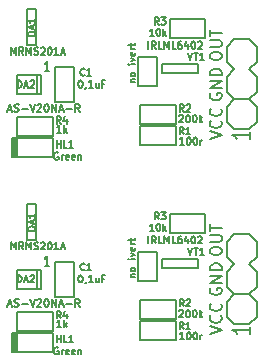
<source format=gto>
%FSLAX45Y45*%
G04 Gerber Fmt 4.5, Leading zero omitted, Abs format (unit mm)*
G04 Created by KiCad (PCBNEW (2014-07-12 BZR 4289 GOST-COMMITTERS)-product) date 15.03.2017 23:13:34*
%MOMM*%
G01*
G04 APERTURE LIST*
%ADD10C,0.150000*%
%ADD11C,0.149860*%
%ADD12C,0.127000*%
G04 APERTURE END LIST*
D10*
X10111600Y-9424400D02*
X10111600Y-9344400D01*
X10111600Y-9344400D02*
X10411600Y-9344400D01*
X10411600Y-9344400D02*
X10411600Y-9504400D01*
X10411600Y-9504400D02*
X10111600Y-9504400D01*
X10111600Y-9504400D02*
X10111600Y-9424400D01*
X10091600Y-9682200D02*
X10071600Y-9682200D01*
X10071600Y-9682200D02*
X10071600Y-9522200D01*
X10071600Y-9522200D02*
X10091600Y-9522200D01*
X10111600Y-9682200D02*
X10096600Y-9682200D01*
X10096600Y-9682200D02*
X10096600Y-9522200D01*
X10096600Y-9522200D02*
X10111600Y-9522200D01*
X10111600Y-9522200D02*
X10086600Y-9522200D01*
X10086600Y-9522200D02*
X10086600Y-9682200D01*
X10086600Y-9682200D02*
X10096600Y-9682200D01*
X10411600Y-9602200D02*
X10411600Y-9682200D01*
X10411600Y-9682200D02*
X10111600Y-9682200D01*
X10111600Y-9682200D02*
X10111600Y-9522200D01*
X10111600Y-9522200D02*
X10411600Y-9522200D01*
X10411600Y-9522200D02*
X10411600Y-9612200D01*
D11*
X10280800Y-8988800D02*
X10280800Y-9148800D01*
X10310800Y-8988800D02*
X10310800Y-9148800D01*
X10310800Y-9148800D02*
X10110800Y-9148800D01*
X10110800Y-9148800D02*
X10110800Y-8988800D01*
X10110800Y-8988800D02*
X10310800Y-8988800D01*
D10*
X12141200Y-8878300D02*
X12077700Y-8941800D01*
X11950700Y-8687800D02*
X11887200Y-8751300D01*
X11887200Y-8878300D02*
X11950700Y-8941800D01*
X12141200Y-8751300D02*
X12141200Y-8878300D01*
X11887200Y-8751300D02*
X11887200Y-8878300D01*
X11950700Y-8687800D02*
X12077700Y-8687800D01*
X12077700Y-8687800D02*
X12141200Y-8751300D01*
X12077700Y-8941800D02*
X12141200Y-9005300D01*
X11887200Y-9005300D02*
X11887200Y-9132300D01*
X12141200Y-9005300D02*
X12141200Y-9132300D01*
X11887200Y-9132300D02*
X11950700Y-9195800D01*
X11950700Y-8941800D02*
X11887200Y-9005300D01*
X12141200Y-9132300D02*
X12077700Y-9195800D01*
X12141200Y-9386300D02*
X12077700Y-9449800D01*
X11950700Y-9195800D02*
X11887200Y-9259300D01*
X11887200Y-9386300D02*
X11950700Y-9449800D01*
X12077700Y-9449800D02*
X11950700Y-9449800D01*
X12141200Y-9259300D02*
X12141200Y-9386300D01*
X11887200Y-9259300D02*
X11887200Y-9386300D01*
X11950700Y-9195800D02*
X12077700Y-9195800D01*
X12077700Y-9195800D02*
X12141200Y-9259300D01*
D12*
X11640230Y-8974360D02*
X11335430Y-8974360D01*
X11335430Y-8974360D02*
X11335430Y-8898160D01*
X11335430Y-8898160D02*
X11640230Y-8898160D01*
X11640230Y-8898160D02*
X11640230Y-8974360D01*
D10*
X11404950Y-8599650D02*
X11404950Y-8519650D01*
X11404950Y-8519650D02*
X11704950Y-8519650D01*
X11704950Y-8519650D02*
X11704950Y-8679650D01*
X11704950Y-8679650D02*
X11404950Y-8679650D01*
X11404950Y-8679650D02*
X11404950Y-8599650D01*
X11153000Y-9322800D02*
X11153000Y-9242800D01*
X11153000Y-9242800D02*
X11453000Y-9242800D01*
X11453000Y-9242800D02*
X11453000Y-9402800D01*
X11453000Y-9402800D02*
X11153000Y-9402800D01*
X11153000Y-9402800D02*
X11153000Y-9322800D01*
X11153000Y-9500600D02*
X11153000Y-9420600D01*
X11153000Y-9420600D02*
X11453000Y-9420600D01*
X11453000Y-9420600D02*
X11453000Y-9580600D01*
X11453000Y-9580600D02*
X11153000Y-9580600D01*
X11153000Y-9580600D02*
X11153000Y-9500600D01*
X11299080Y-8835720D02*
X11299080Y-9080720D01*
X11299080Y-9080720D02*
X11139080Y-9080720D01*
X11139080Y-9080720D02*
X11139080Y-8835720D01*
X11139080Y-8835720D02*
X11299080Y-8835720D01*
D12*
X10274300Y-8433800D02*
X10274300Y-8738600D01*
X10274300Y-8738600D02*
X10198100Y-8738600D01*
X10198100Y-8738600D02*
X10198100Y-8433800D01*
X10198100Y-8433800D02*
X10274300Y-8433800D01*
D10*
X10515600Y-8918800D02*
X10595600Y-8918800D01*
X10595600Y-8918800D02*
X10595600Y-9218800D01*
X10595600Y-9218800D02*
X10435600Y-9218800D01*
X10435600Y-9218800D02*
X10435600Y-8918800D01*
X10435600Y-8918800D02*
X10515600Y-8918800D01*
X10515600Y-10568800D02*
X10595600Y-10568800D01*
X10595600Y-10568800D02*
X10595600Y-10868800D01*
X10595600Y-10868800D02*
X10435600Y-10868800D01*
X10435600Y-10868800D02*
X10435600Y-10568800D01*
X10435600Y-10568800D02*
X10515600Y-10568800D01*
D12*
X10274300Y-10083800D02*
X10274300Y-10388600D01*
X10274300Y-10388600D02*
X10198100Y-10388600D01*
X10198100Y-10388600D02*
X10198100Y-10083800D01*
X10198100Y-10083800D02*
X10274300Y-10083800D01*
D10*
X11299080Y-10485720D02*
X11299080Y-10730720D01*
X11299080Y-10730720D02*
X11139080Y-10730720D01*
X11139080Y-10730720D02*
X11139080Y-10485720D01*
X11139080Y-10485720D02*
X11299080Y-10485720D01*
X11153000Y-11150600D02*
X11153000Y-11070600D01*
X11153000Y-11070600D02*
X11453000Y-11070600D01*
X11453000Y-11070600D02*
X11453000Y-11230600D01*
X11453000Y-11230600D02*
X11153000Y-11230600D01*
X11153000Y-11230600D02*
X11153000Y-11150600D01*
X11153000Y-10972800D02*
X11153000Y-10892800D01*
X11153000Y-10892800D02*
X11453000Y-10892800D01*
X11453000Y-10892800D02*
X11453000Y-11052800D01*
X11453000Y-11052800D02*
X11153000Y-11052800D01*
X11153000Y-11052800D02*
X11153000Y-10972800D01*
X11404950Y-10249650D02*
X11404950Y-10169650D01*
X11404950Y-10169650D02*
X11704950Y-10169650D01*
X11704950Y-10169650D02*
X11704950Y-10329650D01*
X11704950Y-10329650D02*
X11404950Y-10329650D01*
X11404950Y-10329650D02*
X11404950Y-10249650D01*
D12*
X11640230Y-10624360D02*
X11335430Y-10624360D01*
X11335430Y-10624360D02*
X11335430Y-10548160D01*
X11335430Y-10548160D02*
X11640230Y-10548160D01*
X11640230Y-10548160D02*
X11640230Y-10624360D01*
D10*
X12141200Y-10528300D02*
X12077700Y-10591800D01*
X11950700Y-10337800D02*
X11887200Y-10401300D01*
X11887200Y-10528300D02*
X11950700Y-10591800D01*
X12141200Y-10401300D02*
X12141200Y-10528300D01*
X11887200Y-10401300D02*
X11887200Y-10528300D01*
X11950700Y-10337800D02*
X12077700Y-10337800D01*
X12077700Y-10337800D02*
X12141200Y-10401300D01*
X12077700Y-10591800D02*
X12141200Y-10655300D01*
X11887200Y-10655300D02*
X11887200Y-10782300D01*
X12141200Y-10655300D02*
X12141200Y-10782300D01*
X11887200Y-10782300D02*
X11950700Y-10845800D01*
X11950700Y-10591800D02*
X11887200Y-10655300D01*
X12141200Y-10782300D02*
X12077700Y-10845800D01*
X12141200Y-11036300D02*
X12077700Y-11099800D01*
X11950700Y-10845800D02*
X11887200Y-10909300D01*
X11887200Y-11036300D02*
X11950700Y-11099800D01*
X12077700Y-11099800D02*
X11950700Y-11099800D01*
X12141200Y-10909300D02*
X12141200Y-11036300D01*
X11887200Y-10909300D02*
X11887200Y-11036300D01*
X11950700Y-10845800D02*
X12077700Y-10845800D01*
X12077700Y-10845800D02*
X12141200Y-10909300D01*
D11*
X10280800Y-10638800D02*
X10280800Y-10798800D01*
X10310800Y-10638800D02*
X10310800Y-10798800D01*
X10310800Y-10798800D02*
X10110800Y-10798800D01*
X10110800Y-10798800D02*
X10110800Y-10638800D01*
X10110800Y-10638800D02*
X10310800Y-10638800D01*
D10*
X10091600Y-11332200D02*
X10071600Y-11332200D01*
X10071600Y-11332200D02*
X10071600Y-11172200D01*
X10071600Y-11172200D02*
X10091600Y-11172200D01*
X10111600Y-11332200D02*
X10096600Y-11332200D01*
X10096600Y-11332200D02*
X10096600Y-11172200D01*
X10096600Y-11172200D02*
X10111600Y-11172200D01*
X10111600Y-11172200D02*
X10086600Y-11172200D01*
X10086600Y-11172200D02*
X10086600Y-11332200D01*
X10086600Y-11332200D02*
X10096600Y-11332200D01*
X10411600Y-11252200D02*
X10411600Y-11332200D01*
X10411600Y-11332200D02*
X10111600Y-11332200D01*
X10111600Y-11332200D02*
X10111600Y-11172200D01*
X10111600Y-11172200D02*
X10411600Y-11172200D01*
X10411600Y-11172200D02*
X10411600Y-11262200D01*
X10111600Y-11074400D02*
X10111600Y-10994400D01*
X10111600Y-10994400D02*
X10411600Y-10994400D01*
X10411600Y-10994400D02*
X10411600Y-11154400D01*
X10411600Y-11154400D02*
X10111600Y-11154400D01*
X10111600Y-11154400D02*
X10111600Y-11074400D01*
X10480200Y-9400743D02*
X10460200Y-9372171D01*
X10445914Y-9400743D02*
X10445914Y-9340743D01*
X10468772Y-9340743D01*
X10474486Y-9343600D01*
X10477343Y-9346457D01*
X10480200Y-9352171D01*
X10480200Y-9360743D01*
X10477343Y-9366457D01*
X10474486Y-9369314D01*
X10468772Y-9372171D01*
X10445914Y-9372171D01*
X10531629Y-9360743D02*
X10531629Y-9400743D01*
X10517343Y-9337886D02*
X10503057Y-9380743D01*
X10540200Y-9380743D01*
X10483057Y-9476943D02*
X10448772Y-9476943D01*
X10465914Y-9476943D02*
X10465914Y-9416943D01*
X10460200Y-9425514D01*
X10454486Y-9431229D01*
X10448772Y-9434086D01*
X10508772Y-9476943D02*
X10508772Y-9416943D01*
X10514486Y-9454086D02*
X10531629Y-9476943D01*
X10531629Y-9436943D02*
X10508772Y-9459800D01*
X10445600Y-9603943D02*
X10445600Y-9543943D01*
X10445600Y-9572514D02*
X10479886Y-9572514D01*
X10479886Y-9603943D02*
X10479886Y-9543943D01*
X10537029Y-9603943D02*
X10508457Y-9603943D01*
X10508457Y-9543943D01*
X10588457Y-9603943D02*
X10554171Y-9603943D01*
X10571314Y-9603943D02*
X10571314Y-9543943D01*
X10565600Y-9552514D01*
X10559886Y-9558229D01*
X10554171Y-9561086D01*
X10459571Y-9648400D02*
X10453857Y-9645543D01*
X10445286Y-9645543D01*
X10436714Y-9648400D01*
X10431000Y-9654114D01*
X10428143Y-9659829D01*
X10425286Y-9671257D01*
X10425286Y-9679829D01*
X10428143Y-9691257D01*
X10431000Y-9696971D01*
X10436714Y-9702686D01*
X10445286Y-9705543D01*
X10451000Y-9705543D01*
X10459571Y-9702686D01*
X10462429Y-9699829D01*
X10462429Y-9679829D01*
X10451000Y-9679829D01*
X10488143Y-9705543D02*
X10488143Y-9665543D01*
X10488143Y-9676971D02*
X10491000Y-9671257D01*
X10493857Y-9668400D01*
X10499571Y-9665543D01*
X10505286Y-9665543D01*
X10548143Y-9702686D02*
X10542429Y-9705543D01*
X10531000Y-9705543D01*
X10525286Y-9702686D01*
X10522429Y-9696971D01*
X10522429Y-9674114D01*
X10525286Y-9668400D01*
X10531000Y-9665543D01*
X10542429Y-9665543D01*
X10548143Y-9668400D01*
X10551000Y-9674114D01*
X10551000Y-9679829D01*
X10522429Y-9685543D01*
X10599572Y-9702686D02*
X10593857Y-9705543D01*
X10582429Y-9705543D01*
X10576714Y-9702686D01*
X10573857Y-9696971D01*
X10573857Y-9674114D01*
X10576714Y-9668400D01*
X10582429Y-9665543D01*
X10593857Y-9665543D01*
X10599572Y-9668400D01*
X10602429Y-9674114D01*
X10602429Y-9679829D01*
X10573857Y-9685543D01*
X10628143Y-9665543D02*
X10628143Y-9705543D01*
X10628143Y-9671257D02*
X10631000Y-9668400D01*
X10636714Y-9665543D01*
X10645286Y-9665543D01*
X10651000Y-9668400D01*
X10653857Y-9674114D01*
X10653857Y-9705543D01*
X10115400Y-9095943D02*
X10115400Y-9035943D01*
X10129686Y-9035943D01*
X10138257Y-9038800D01*
X10143971Y-9044514D01*
X10146829Y-9050229D01*
X10149686Y-9061657D01*
X10149686Y-9070229D01*
X10146829Y-9081657D01*
X10143971Y-9087371D01*
X10138257Y-9093086D01*
X10129686Y-9095943D01*
X10115400Y-9095943D01*
X10172543Y-9078800D02*
X10201114Y-9078800D01*
X10166829Y-9095943D02*
X10186829Y-9035943D01*
X10206829Y-9095943D01*
X10223972Y-9041657D02*
X10226829Y-9038800D01*
X10232543Y-9035943D01*
X10246829Y-9035943D01*
X10252543Y-9038800D01*
X10255400Y-9041657D01*
X10258257Y-9047371D01*
X10258257Y-9053086D01*
X10255400Y-9061657D01*
X10221114Y-9095943D01*
X10258257Y-9095943D01*
D11*
X10033907Y-9282583D02*
X10064145Y-9282583D01*
X10027860Y-9300726D02*
X10049026Y-9237226D01*
X10070193Y-9300726D01*
X10088336Y-9297702D02*
X10097407Y-9300726D01*
X10112526Y-9300726D01*
X10118574Y-9297702D01*
X10121598Y-9294679D01*
X10124622Y-9288631D01*
X10124622Y-9282583D01*
X10121598Y-9276536D01*
X10118574Y-9273512D01*
X10112526Y-9270488D01*
X10100431Y-9267464D01*
X10094383Y-9264441D01*
X10091360Y-9261417D01*
X10088336Y-9255369D01*
X10088336Y-9249321D01*
X10091360Y-9243274D01*
X10094383Y-9240250D01*
X10100431Y-9237226D01*
X10115550Y-9237226D01*
X10124622Y-9240250D01*
X10151836Y-9276536D02*
X10200217Y-9276536D01*
X10221383Y-9237226D02*
X10242550Y-9300726D01*
X10263717Y-9237226D01*
X10281860Y-9243274D02*
X10284883Y-9240250D01*
X10290931Y-9237226D01*
X10306050Y-9237226D01*
X10312098Y-9240250D01*
X10315121Y-9243274D01*
X10318145Y-9249321D01*
X10318145Y-9255369D01*
X10315121Y-9264441D01*
X10278836Y-9300726D01*
X10318145Y-9300726D01*
X10357455Y-9237226D02*
X10363502Y-9237226D01*
X10369550Y-9240250D01*
X10372574Y-9243274D01*
X10375598Y-9249321D01*
X10378622Y-9261417D01*
X10378622Y-9276536D01*
X10375598Y-9288631D01*
X10372574Y-9294679D01*
X10369550Y-9297702D01*
X10363502Y-9300726D01*
X10357455Y-9300726D01*
X10351407Y-9297702D01*
X10348383Y-9294679D01*
X10345360Y-9288631D01*
X10342336Y-9276536D01*
X10342336Y-9261417D01*
X10345360Y-9249321D01*
X10348383Y-9243274D01*
X10351407Y-9240250D01*
X10357455Y-9237226D01*
X10405836Y-9300726D02*
X10405836Y-9237226D01*
X10442122Y-9300726D01*
X10442122Y-9237226D01*
X10469336Y-9282583D02*
X10499574Y-9282583D01*
X10463288Y-9300726D02*
X10484455Y-9237226D01*
X10505622Y-9300726D01*
X10526788Y-9276536D02*
X10575169Y-9276536D01*
X10641693Y-9300726D02*
X10620526Y-9270488D01*
X10605407Y-9300726D02*
X10605407Y-9237226D01*
X10629598Y-9237226D01*
X10635645Y-9240250D01*
X10638669Y-9243274D01*
X10641693Y-9249321D01*
X10641693Y-9258393D01*
X10638669Y-9264441D01*
X10635645Y-9267464D01*
X10629598Y-9270488D01*
X10605407Y-9270488D01*
D10*
X10380343Y-8952591D02*
X10346057Y-8952591D01*
X10363200Y-8952591D02*
X10363200Y-8872591D01*
X10357486Y-8884019D01*
X10351772Y-8891638D01*
X10346057Y-8895448D01*
X12082057Y-9472029D02*
X12082057Y-9529171D01*
X12082057Y-9500600D02*
X11932057Y-9500600D01*
X11953486Y-9510124D01*
X11967771Y-9519648D01*
X11974914Y-9529171D01*
X11743538Y-9532333D02*
X11843538Y-9499000D01*
X11743538Y-9465667D01*
X11834014Y-9375190D02*
X11838776Y-9379952D01*
X11843538Y-9394238D01*
X11843538Y-9403762D01*
X11838776Y-9418048D01*
X11829252Y-9427571D01*
X11819729Y-9432333D01*
X11800681Y-9437095D01*
X11786395Y-9437095D01*
X11767348Y-9432333D01*
X11757824Y-9427571D01*
X11748300Y-9418048D01*
X11743538Y-9403762D01*
X11743538Y-9394238D01*
X11748300Y-9379952D01*
X11753062Y-9375190D01*
X11834014Y-9275190D02*
X11838776Y-9279952D01*
X11843538Y-9294238D01*
X11843538Y-9303762D01*
X11838776Y-9318048D01*
X11829252Y-9327571D01*
X11819729Y-9332333D01*
X11800681Y-9337095D01*
X11786395Y-9337095D01*
X11767348Y-9332333D01*
X11757824Y-9327571D01*
X11748300Y-9318048D01*
X11743538Y-9303762D01*
X11743538Y-9294238D01*
X11748300Y-9279952D01*
X11753062Y-9275190D01*
X11748300Y-9144990D02*
X11743538Y-9154514D01*
X11743538Y-9168800D01*
X11748300Y-9183086D01*
X11757824Y-9192610D01*
X11767348Y-9197371D01*
X11786395Y-9202133D01*
X11800681Y-9202133D01*
X11819729Y-9197371D01*
X11829252Y-9192610D01*
X11838776Y-9183086D01*
X11843538Y-9168800D01*
X11843538Y-9159276D01*
X11838776Y-9144990D01*
X11834014Y-9140229D01*
X11800681Y-9140229D01*
X11800681Y-9159276D01*
X11843538Y-9097371D02*
X11743538Y-9097371D01*
X11843538Y-9040229D01*
X11743538Y-9040229D01*
X11843538Y-8992610D02*
X11743538Y-8992610D01*
X11743538Y-8968800D01*
X11748300Y-8954514D01*
X11757824Y-8944990D01*
X11767348Y-8940229D01*
X11786395Y-8935467D01*
X11800681Y-8935467D01*
X11819729Y-8940229D01*
X11829252Y-8944990D01*
X11838776Y-8954514D01*
X11843538Y-8968800D01*
X11843538Y-8992610D01*
X11743538Y-8838600D02*
X11743538Y-8819552D01*
X11748300Y-8810029D01*
X11757824Y-8800505D01*
X11776871Y-8795743D01*
X11810205Y-8795743D01*
X11829252Y-8800505D01*
X11838776Y-8810029D01*
X11843538Y-8819552D01*
X11843538Y-8838600D01*
X11838776Y-8848124D01*
X11829252Y-8857648D01*
X11810205Y-8862410D01*
X11776871Y-8862410D01*
X11757824Y-8857648D01*
X11748300Y-8848124D01*
X11743538Y-8838600D01*
X11743538Y-8752886D02*
X11824490Y-8752886D01*
X11834014Y-8748124D01*
X11838776Y-8743362D01*
X11843538Y-8733838D01*
X11843538Y-8714790D01*
X11838776Y-8705267D01*
X11834014Y-8700505D01*
X11824490Y-8695743D01*
X11743538Y-8695743D01*
X11743538Y-8662410D02*
X11743538Y-8605267D01*
X11843538Y-8633838D02*
X11743538Y-8633838D01*
X11555421Y-8800993D02*
X11575421Y-8860993D01*
X11595421Y-8800993D01*
X11606850Y-8800993D02*
X11641136Y-8800993D01*
X11623993Y-8860993D02*
X11623993Y-8800993D01*
X11692564Y-8860993D02*
X11658279Y-8860993D01*
X11675421Y-8860993D02*
X11675421Y-8800993D01*
X11669707Y-8809564D01*
X11663993Y-8815279D01*
X11658279Y-8818136D01*
D11*
X11222119Y-8765718D02*
X11222119Y-8705774D01*
X11284918Y-8765718D02*
X11264936Y-8737173D01*
X11250664Y-8765718D02*
X11250664Y-8705774D01*
X11273500Y-8705774D01*
X11279209Y-8708628D01*
X11282063Y-8711483D01*
X11284918Y-8717191D01*
X11284918Y-8725755D01*
X11282063Y-8731464D01*
X11279209Y-8734318D01*
X11273500Y-8737173D01*
X11250664Y-8737173D01*
X11339153Y-8765718D02*
X11310608Y-8765718D01*
X11310608Y-8705774D01*
X11359134Y-8765718D02*
X11359134Y-8705774D01*
X11379115Y-8748591D01*
X11399097Y-8705774D01*
X11399097Y-8765718D01*
X11456186Y-8765718D02*
X11427641Y-8765718D01*
X11427641Y-8705774D01*
X11501858Y-8705774D02*
X11490440Y-8705774D01*
X11484731Y-8708628D01*
X11481876Y-8711483D01*
X11476168Y-8720046D01*
X11473313Y-8731464D01*
X11473313Y-8754300D01*
X11476168Y-8760009D01*
X11479022Y-8762863D01*
X11484731Y-8765718D01*
X11496149Y-8765718D01*
X11501858Y-8762863D01*
X11504712Y-8760009D01*
X11507567Y-8754300D01*
X11507567Y-8740027D01*
X11504712Y-8734318D01*
X11501858Y-8731464D01*
X11496149Y-8728609D01*
X11484731Y-8728609D01*
X11479022Y-8731464D01*
X11476168Y-8734318D01*
X11473313Y-8740027D01*
X11558947Y-8725755D02*
X11558947Y-8765718D01*
X11544675Y-8702919D02*
X11530403Y-8745736D01*
X11567511Y-8745736D01*
X11601764Y-8705774D02*
X11607473Y-8705774D01*
X11613182Y-8708628D01*
X11616037Y-8711483D01*
X11618891Y-8717191D01*
X11621746Y-8728609D01*
X11621746Y-8742882D01*
X11618891Y-8754300D01*
X11616037Y-8760009D01*
X11613182Y-8762863D01*
X11607473Y-8765718D01*
X11601764Y-8765718D01*
X11596055Y-8762863D01*
X11593201Y-8760009D01*
X11590347Y-8754300D01*
X11587492Y-8742882D01*
X11587492Y-8728609D01*
X11590347Y-8717191D01*
X11593201Y-8711483D01*
X11596055Y-8708628D01*
X11601764Y-8705774D01*
X11644582Y-8711483D02*
X11647436Y-8708628D01*
X11653145Y-8705774D01*
X11667417Y-8705774D01*
X11673126Y-8708628D01*
X11675981Y-8711483D01*
X11678835Y-8717191D01*
X11678835Y-8722900D01*
X11675981Y-8731464D01*
X11641727Y-8765718D01*
X11678835Y-8765718D01*
D10*
X11312050Y-8562543D02*
X11292050Y-8533971D01*
X11277764Y-8562543D02*
X11277764Y-8502543D01*
X11300621Y-8502543D01*
X11306336Y-8505400D01*
X11309193Y-8508257D01*
X11312050Y-8513971D01*
X11312050Y-8522543D01*
X11309193Y-8528257D01*
X11306336Y-8531114D01*
X11300621Y-8533971D01*
X11277764Y-8533971D01*
X11332050Y-8502543D02*
X11369193Y-8502543D01*
X11349193Y-8525400D01*
X11357764Y-8525400D01*
X11363479Y-8528257D01*
X11366336Y-8531114D01*
X11369193Y-8536829D01*
X11369193Y-8551114D01*
X11366336Y-8556829D01*
X11363479Y-8559686D01*
X11357764Y-8562543D01*
X11340621Y-8562543D01*
X11334907Y-8559686D01*
X11332050Y-8556829D01*
X11267286Y-8657793D02*
X11233000Y-8657793D01*
X11250143Y-8657793D02*
X11250143Y-8597793D01*
X11244428Y-8606364D01*
X11238714Y-8612079D01*
X11233000Y-8614936D01*
X11304429Y-8597793D02*
X11310143Y-8597793D01*
X11315857Y-8600650D01*
X11318714Y-8603507D01*
X11321571Y-8609221D01*
X11324429Y-8620650D01*
X11324429Y-8634936D01*
X11321571Y-8646364D01*
X11318714Y-8652079D01*
X11315857Y-8654936D01*
X11310143Y-8657793D01*
X11304429Y-8657793D01*
X11298714Y-8654936D01*
X11295857Y-8652079D01*
X11293000Y-8646364D01*
X11290143Y-8634936D01*
X11290143Y-8620650D01*
X11293000Y-8609221D01*
X11295857Y-8603507D01*
X11298714Y-8600650D01*
X11304429Y-8597793D01*
X11350143Y-8657793D02*
X11350143Y-8597793D01*
X11355857Y-8634936D02*
X11373000Y-8657793D01*
X11373000Y-8617793D02*
X11350143Y-8640650D01*
X11521600Y-9299143D02*
X11501600Y-9270571D01*
X11487314Y-9299143D02*
X11487314Y-9239143D01*
X11510171Y-9239143D01*
X11515886Y-9242000D01*
X11518743Y-9244857D01*
X11521600Y-9250571D01*
X11521600Y-9259143D01*
X11518743Y-9264857D01*
X11515886Y-9267714D01*
X11510171Y-9270571D01*
X11487314Y-9270571D01*
X11544457Y-9244857D02*
X11547314Y-9242000D01*
X11553029Y-9239143D01*
X11567314Y-9239143D01*
X11573029Y-9242000D01*
X11575886Y-9244857D01*
X11578743Y-9250571D01*
X11578743Y-9256286D01*
X11575886Y-9264857D01*
X11541600Y-9299143D01*
X11578743Y-9299143D01*
X11483829Y-9333757D02*
X11486686Y-9330900D01*
X11492400Y-9328043D01*
X11506686Y-9328043D01*
X11512400Y-9330900D01*
X11515257Y-9333757D01*
X11518114Y-9339471D01*
X11518114Y-9345186D01*
X11515257Y-9353757D01*
X11480971Y-9388043D01*
X11518114Y-9388043D01*
X11555257Y-9328043D02*
X11560971Y-9328043D01*
X11566686Y-9330900D01*
X11569543Y-9333757D01*
X11572400Y-9339471D01*
X11575257Y-9350900D01*
X11575257Y-9365186D01*
X11572400Y-9376614D01*
X11569543Y-9382329D01*
X11566686Y-9385186D01*
X11560971Y-9388043D01*
X11555257Y-9388043D01*
X11549543Y-9385186D01*
X11546686Y-9382329D01*
X11543829Y-9376614D01*
X11540971Y-9365186D01*
X11540971Y-9350900D01*
X11543829Y-9339471D01*
X11546686Y-9333757D01*
X11549543Y-9330900D01*
X11555257Y-9328043D01*
X11612400Y-9328043D02*
X11618114Y-9328043D01*
X11623829Y-9330900D01*
X11626686Y-9333757D01*
X11629543Y-9339471D01*
X11632400Y-9350900D01*
X11632400Y-9365186D01*
X11629543Y-9376614D01*
X11626686Y-9382329D01*
X11623829Y-9385186D01*
X11618114Y-9388043D01*
X11612400Y-9388043D01*
X11606686Y-9385186D01*
X11603829Y-9382329D01*
X11600971Y-9376614D01*
X11598114Y-9365186D01*
X11598114Y-9350900D01*
X11600971Y-9339471D01*
X11603829Y-9333757D01*
X11606686Y-9330900D01*
X11612400Y-9328043D01*
X11658114Y-9388043D02*
X11658114Y-9328043D01*
X11663829Y-9365186D02*
X11680972Y-9388043D01*
X11680972Y-9348043D02*
X11658114Y-9370900D01*
X11521600Y-9489643D02*
X11501600Y-9461071D01*
X11487314Y-9489643D02*
X11487314Y-9429643D01*
X11510171Y-9429643D01*
X11515886Y-9432500D01*
X11518743Y-9435357D01*
X11521600Y-9441071D01*
X11521600Y-9449643D01*
X11518743Y-9455357D01*
X11515886Y-9458214D01*
X11510171Y-9461071D01*
X11487314Y-9461071D01*
X11578743Y-9489643D02*
X11544457Y-9489643D01*
X11561600Y-9489643D02*
X11561600Y-9429643D01*
X11555886Y-9438214D01*
X11550171Y-9443929D01*
X11544457Y-9446786D01*
X11523828Y-9578543D02*
X11489543Y-9578543D01*
X11506686Y-9578543D02*
X11506686Y-9518543D01*
X11500971Y-9527114D01*
X11495257Y-9532829D01*
X11489543Y-9535686D01*
X11560971Y-9518543D02*
X11566686Y-9518543D01*
X11572400Y-9521400D01*
X11575257Y-9524257D01*
X11578114Y-9529971D01*
X11580971Y-9541400D01*
X11580971Y-9555686D01*
X11578114Y-9567114D01*
X11575257Y-9572829D01*
X11572400Y-9575686D01*
X11566686Y-9578543D01*
X11560971Y-9578543D01*
X11555257Y-9575686D01*
X11552400Y-9572829D01*
X11549543Y-9567114D01*
X11546686Y-9555686D01*
X11546686Y-9541400D01*
X11549543Y-9529971D01*
X11552400Y-9524257D01*
X11555257Y-9521400D01*
X11560971Y-9518543D01*
X11618114Y-9518543D02*
X11623829Y-9518543D01*
X11629543Y-9521400D01*
X11632400Y-9524257D01*
X11635257Y-9529971D01*
X11638114Y-9541400D01*
X11638114Y-9555686D01*
X11635257Y-9567114D01*
X11632400Y-9572829D01*
X11629543Y-9575686D01*
X11623829Y-9578543D01*
X11618114Y-9578543D01*
X11612400Y-9575686D01*
X11609543Y-9572829D01*
X11606686Y-9567114D01*
X11603829Y-9555686D01*
X11603829Y-9541400D01*
X11606686Y-9529971D01*
X11609543Y-9524257D01*
X11612400Y-9521400D01*
X11618114Y-9518543D01*
X11663829Y-9578543D02*
X11663829Y-9538543D01*
X11663829Y-9549971D02*
X11666686Y-9544257D01*
X11669543Y-9541400D01*
X11675257Y-9538543D01*
X11680971Y-9538543D01*
X11074243Y-9052429D02*
X11114243Y-9052429D01*
X11079957Y-9052429D02*
X11077100Y-9049571D01*
X11074243Y-9043857D01*
X11074243Y-9035286D01*
X11077100Y-9029571D01*
X11082814Y-9026714D01*
X11114243Y-9026714D01*
X11114243Y-8989572D02*
X11111386Y-8995286D01*
X11108529Y-8998143D01*
X11102814Y-9001000D01*
X11085671Y-9001000D01*
X11079957Y-8998143D01*
X11077100Y-8995286D01*
X11074243Y-8989572D01*
X11074243Y-8981000D01*
X11077100Y-8975286D01*
X11079957Y-8972429D01*
X11085671Y-8969572D01*
X11102814Y-8969572D01*
X11108529Y-8972429D01*
X11111386Y-8975286D01*
X11114243Y-8981000D01*
X11114243Y-8989572D01*
X11114243Y-8898143D02*
X11074243Y-8898143D01*
X11054243Y-8898143D02*
X11057100Y-8901000D01*
X11059957Y-8898143D01*
X11057100Y-8895286D01*
X11054243Y-8898143D01*
X11059957Y-8898143D01*
X11074243Y-8875286D02*
X11114243Y-8861000D01*
X11074243Y-8846714D01*
X11111386Y-8801000D02*
X11114243Y-8806714D01*
X11114243Y-8818143D01*
X11111386Y-8823857D01*
X11105671Y-8826714D01*
X11082814Y-8826714D01*
X11077100Y-8823857D01*
X11074243Y-8818143D01*
X11074243Y-8806714D01*
X11077100Y-8801000D01*
X11082814Y-8798143D01*
X11088529Y-8798143D01*
X11094243Y-8826714D01*
X11114243Y-8772429D02*
X11074243Y-8772429D01*
X11085671Y-8772429D02*
X11079957Y-8769571D01*
X11077100Y-8766714D01*
X11074243Y-8761000D01*
X11074243Y-8755286D01*
X11074243Y-8743857D02*
X11074243Y-8721000D01*
X11054243Y-8735286D02*
X11105671Y-8735286D01*
X11111386Y-8732429D01*
X11114243Y-8726714D01*
X11114243Y-8721000D01*
X10263343Y-8656200D02*
X10203343Y-8656200D01*
X10203343Y-8641914D01*
X10206200Y-8633343D01*
X10211914Y-8627629D01*
X10217629Y-8624771D01*
X10229057Y-8621914D01*
X10237629Y-8621914D01*
X10249057Y-8624771D01*
X10254771Y-8627629D01*
X10260486Y-8633343D01*
X10263343Y-8641914D01*
X10263343Y-8656200D01*
X10246200Y-8599057D02*
X10246200Y-8570486D01*
X10263343Y-8604771D02*
X10203343Y-8584771D01*
X10263343Y-8564771D01*
X10263343Y-8513343D02*
X10263343Y-8547629D01*
X10263343Y-8530486D02*
X10203343Y-8530486D01*
X10211914Y-8536200D01*
X10217629Y-8541914D01*
X10220486Y-8547629D01*
D11*
X10062924Y-8816518D02*
X10062924Y-8756574D01*
X10082905Y-8799391D01*
X10102886Y-8756574D01*
X10102886Y-8816518D01*
X10165685Y-8816518D02*
X10145704Y-8787973D01*
X10131431Y-8816518D02*
X10131431Y-8756574D01*
X10154267Y-8756574D01*
X10159976Y-8759428D01*
X10162830Y-8762283D01*
X10165685Y-8767991D01*
X10165685Y-8776555D01*
X10162830Y-8782264D01*
X10159976Y-8785118D01*
X10154267Y-8787973D01*
X10131431Y-8787973D01*
X10191375Y-8816518D02*
X10191375Y-8756574D01*
X10211356Y-8799391D01*
X10231338Y-8756574D01*
X10231338Y-8816518D01*
X10257028Y-8813663D02*
X10265591Y-8816518D01*
X10279864Y-8816518D01*
X10285573Y-8813663D01*
X10288427Y-8810809D01*
X10291282Y-8805100D01*
X10291282Y-8799391D01*
X10288427Y-8793682D01*
X10285573Y-8790827D01*
X10279864Y-8787973D01*
X10268446Y-8785118D01*
X10262737Y-8782264D01*
X10259883Y-8779409D01*
X10257028Y-8773700D01*
X10257028Y-8767991D01*
X10259883Y-8762283D01*
X10262737Y-8759428D01*
X10268446Y-8756574D01*
X10282718Y-8756574D01*
X10291282Y-8759428D01*
X10314118Y-8762283D02*
X10316972Y-8759428D01*
X10322681Y-8756574D01*
X10336953Y-8756574D01*
X10342662Y-8759428D01*
X10345517Y-8762283D01*
X10348371Y-8767991D01*
X10348371Y-8773700D01*
X10345517Y-8782264D01*
X10311263Y-8816518D01*
X10348371Y-8816518D01*
X10385479Y-8756574D02*
X10391188Y-8756574D01*
X10396897Y-8759428D01*
X10399752Y-8762283D01*
X10402606Y-8767991D01*
X10405461Y-8779409D01*
X10405461Y-8793682D01*
X10402606Y-8805100D01*
X10399752Y-8810809D01*
X10396897Y-8813663D01*
X10391188Y-8816518D01*
X10385479Y-8816518D01*
X10379770Y-8813663D01*
X10376916Y-8810809D01*
X10374062Y-8805100D01*
X10371207Y-8793682D01*
X10371207Y-8779409D01*
X10374062Y-8767991D01*
X10376916Y-8762283D01*
X10379770Y-8759428D01*
X10385479Y-8756574D01*
X10462550Y-8816518D02*
X10428297Y-8816518D01*
X10445423Y-8816518D02*
X10445423Y-8756574D01*
X10439714Y-8765137D01*
X10434006Y-8770846D01*
X10428297Y-8773700D01*
X10485386Y-8799391D02*
X10513931Y-8799391D01*
X10479677Y-8816518D02*
X10499658Y-8756574D01*
X10519640Y-8816518D01*
D10*
X10683400Y-8988629D02*
X10680543Y-8991486D01*
X10671972Y-8994343D01*
X10666257Y-8994343D01*
X10657686Y-8991486D01*
X10651972Y-8985771D01*
X10649114Y-8980057D01*
X10646257Y-8968629D01*
X10646257Y-8960057D01*
X10649114Y-8948629D01*
X10651972Y-8942914D01*
X10657686Y-8937200D01*
X10666257Y-8934343D01*
X10671972Y-8934343D01*
X10680543Y-8937200D01*
X10683400Y-8940057D01*
X10740543Y-8994343D02*
X10706257Y-8994343D01*
X10723400Y-8994343D02*
X10723400Y-8934343D01*
X10717686Y-8942914D01*
X10711972Y-8948629D01*
X10706257Y-8951486D01*
X10645629Y-9035943D02*
X10651343Y-9035943D01*
X10657057Y-9038800D01*
X10659914Y-9041657D01*
X10662771Y-9047371D01*
X10665629Y-9058800D01*
X10665629Y-9073086D01*
X10662771Y-9084514D01*
X10659914Y-9090229D01*
X10657057Y-9093086D01*
X10651343Y-9095943D01*
X10645629Y-9095943D01*
X10639914Y-9093086D01*
X10637057Y-9090229D01*
X10634200Y-9084514D01*
X10631343Y-9073086D01*
X10631343Y-9058800D01*
X10634200Y-9047371D01*
X10637057Y-9041657D01*
X10639914Y-9038800D01*
X10645629Y-9035943D01*
X10694200Y-9093086D02*
X10694200Y-9095943D01*
X10691343Y-9101657D01*
X10688486Y-9104514D01*
X10751343Y-9095943D02*
X10717057Y-9095943D01*
X10734200Y-9095943D02*
X10734200Y-9035943D01*
X10728486Y-9044514D01*
X10722772Y-9050229D01*
X10717057Y-9053086D01*
X10802772Y-9055943D02*
X10802772Y-9095943D01*
X10777057Y-9055943D02*
X10777057Y-9087371D01*
X10779914Y-9093086D01*
X10785629Y-9095943D01*
X10794200Y-9095943D01*
X10799914Y-9093086D01*
X10802772Y-9090229D01*
X10851343Y-9064514D02*
X10831343Y-9064514D01*
X10831343Y-9095943D02*
X10831343Y-9035943D01*
X10859914Y-9035943D01*
X10683400Y-10638629D02*
X10680543Y-10641486D01*
X10671972Y-10644343D01*
X10666257Y-10644343D01*
X10657686Y-10641486D01*
X10651972Y-10635771D01*
X10649114Y-10630057D01*
X10646257Y-10618629D01*
X10646257Y-10610057D01*
X10649114Y-10598629D01*
X10651972Y-10592914D01*
X10657686Y-10587200D01*
X10666257Y-10584343D01*
X10671972Y-10584343D01*
X10680543Y-10587200D01*
X10683400Y-10590057D01*
X10740543Y-10644343D02*
X10706257Y-10644343D01*
X10723400Y-10644343D02*
X10723400Y-10584343D01*
X10717686Y-10592914D01*
X10711972Y-10598629D01*
X10706257Y-10601486D01*
X10645629Y-10685943D02*
X10651343Y-10685943D01*
X10657057Y-10688800D01*
X10659914Y-10691657D01*
X10662771Y-10697371D01*
X10665629Y-10708800D01*
X10665629Y-10723086D01*
X10662771Y-10734514D01*
X10659914Y-10740229D01*
X10657057Y-10743086D01*
X10651343Y-10745943D01*
X10645629Y-10745943D01*
X10639914Y-10743086D01*
X10637057Y-10740229D01*
X10634200Y-10734514D01*
X10631343Y-10723086D01*
X10631343Y-10708800D01*
X10634200Y-10697371D01*
X10637057Y-10691657D01*
X10639914Y-10688800D01*
X10645629Y-10685943D01*
X10694200Y-10743086D02*
X10694200Y-10745943D01*
X10691343Y-10751657D01*
X10688486Y-10754514D01*
X10751343Y-10745943D02*
X10717057Y-10745943D01*
X10734200Y-10745943D02*
X10734200Y-10685943D01*
X10728486Y-10694514D01*
X10722772Y-10700229D01*
X10717057Y-10703086D01*
X10802772Y-10705943D02*
X10802772Y-10745943D01*
X10777057Y-10705943D02*
X10777057Y-10737371D01*
X10779914Y-10743086D01*
X10785629Y-10745943D01*
X10794200Y-10745943D01*
X10799914Y-10743086D01*
X10802772Y-10740229D01*
X10851343Y-10714514D02*
X10831343Y-10714514D01*
X10831343Y-10745943D02*
X10831343Y-10685943D01*
X10859914Y-10685943D01*
X10263343Y-10306200D02*
X10203343Y-10306200D01*
X10203343Y-10291914D01*
X10206200Y-10283343D01*
X10211914Y-10277629D01*
X10217629Y-10274771D01*
X10229057Y-10271914D01*
X10237629Y-10271914D01*
X10249057Y-10274771D01*
X10254771Y-10277629D01*
X10260486Y-10283343D01*
X10263343Y-10291914D01*
X10263343Y-10306200D01*
X10246200Y-10249057D02*
X10246200Y-10220486D01*
X10263343Y-10254771D02*
X10203343Y-10234771D01*
X10263343Y-10214771D01*
X10263343Y-10163343D02*
X10263343Y-10197629D01*
X10263343Y-10180486D02*
X10203343Y-10180486D01*
X10211914Y-10186200D01*
X10217629Y-10191914D01*
X10220486Y-10197629D01*
D11*
X10062924Y-10466518D02*
X10062924Y-10406574D01*
X10082905Y-10449391D01*
X10102886Y-10406574D01*
X10102886Y-10466518D01*
X10165685Y-10466518D02*
X10145704Y-10437973D01*
X10131431Y-10466518D02*
X10131431Y-10406574D01*
X10154267Y-10406574D01*
X10159976Y-10409428D01*
X10162830Y-10412283D01*
X10165685Y-10417991D01*
X10165685Y-10426555D01*
X10162830Y-10432264D01*
X10159976Y-10435118D01*
X10154267Y-10437973D01*
X10131431Y-10437973D01*
X10191375Y-10466518D02*
X10191375Y-10406574D01*
X10211356Y-10449391D01*
X10231338Y-10406574D01*
X10231338Y-10466518D01*
X10257028Y-10463663D02*
X10265591Y-10466518D01*
X10279864Y-10466518D01*
X10285573Y-10463663D01*
X10288427Y-10460809D01*
X10291282Y-10455100D01*
X10291282Y-10449391D01*
X10288427Y-10443682D01*
X10285573Y-10440827D01*
X10279864Y-10437973D01*
X10268446Y-10435118D01*
X10262737Y-10432264D01*
X10259883Y-10429409D01*
X10257028Y-10423700D01*
X10257028Y-10417991D01*
X10259883Y-10412283D01*
X10262737Y-10409428D01*
X10268446Y-10406574D01*
X10282718Y-10406574D01*
X10291282Y-10409428D01*
X10314118Y-10412283D02*
X10316972Y-10409428D01*
X10322681Y-10406574D01*
X10336953Y-10406574D01*
X10342662Y-10409428D01*
X10345517Y-10412283D01*
X10348371Y-10417991D01*
X10348371Y-10423700D01*
X10345517Y-10432264D01*
X10311263Y-10466518D01*
X10348371Y-10466518D01*
X10385479Y-10406574D02*
X10391188Y-10406574D01*
X10396897Y-10409428D01*
X10399752Y-10412283D01*
X10402606Y-10417991D01*
X10405461Y-10429409D01*
X10405461Y-10443682D01*
X10402606Y-10455100D01*
X10399752Y-10460809D01*
X10396897Y-10463663D01*
X10391188Y-10466518D01*
X10385479Y-10466518D01*
X10379770Y-10463663D01*
X10376916Y-10460809D01*
X10374062Y-10455100D01*
X10371207Y-10443682D01*
X10371207Y-10429409D01*
X10374062Y-10417991D01*
X10376916Y-10412283D01*
X10379770Y-10409428D01*
X10385479Y-10406574D01*
X10462550Y-10466518D02*
X10428297Y-10466518D01*
X10445423Y-10466518D02*
X10445423Y-10406574D01*
X10439714Y-10415137D01*
X10434006Y-10420846D01*
X10428297Y-10423700D01*
X10485386Y-10449391D02*
X10513931Y-10449391D01*
X10479677Y-10466518D02*
X10499658Y-10406574D01*
X10519640Y-10466518D01*
D10*
X11074243Y-10702429D02*
X11114243Y-10702429D01*
X11079957Y-10702429D02*
X11077100Y-10699571D01*
X11074243Y-10693857D01*
X11074243Y-10685286D01*
X11077100Y-10679571D01*
X11082814Y-10676714D01*
X11114243Y-10676714D01*
X11114243Y-10639572D02*
X11111386Y-10645286D01*
X11108529Y-10648143D01*
X11102814Y-10651000D01*
X11085671Y-10651000D01*
X11079957Y-10648143D01*
X11077100Y-10645286D01*
X11074243Y-10639572D01*
X11074243Y-10631000D01*
X11077100Y-10625286D01*
X11079957Y-10622429D01*
X11085671Y-10619572D01*
X11102814Y-10619572D01*
X11108529Y-10622429D01*
X11111386Y-10625286D01*
X11114243Y-10631000D01*
X11114243Y-10639572D01*
X11114243Y-10548143D02*
X11074243Y-10548143D01*
X11054243Y-10548143D02*
X11057100Y-10551000D01*
X11059957Y-10548143D01*
X11057100Y-10545286D01*
X11054243Y-10548143D01*
X11059957Y-10548143D01*
X11074243Y-10525286D02*
X11114243Y-10511000D01*
X11074243Y-10496714D01*
X11111386Y-10451000D02*
X11114243Y-10456714D01*
X11114243Y-10468143D01*
X11111386Y-10473857D01*
X11105671Y-10476714D01*
X11082814Y-10476714D01*
X11077100Y-10473857D01*
X11074243Y-10468143D01*
X11074243Y-10456714D01*
X11077100Y-10451000D01*
X11082814Y-10448143D01*
X11088529Y-10448143D01*
X11094243Y-10476714D01*
X11114243Y-10422429D02*
X11074243Y-10422429D01*
X11085671Y-10422429D02*
X11079957Y-10419571D01*
X11077100Y-10416714D01*
X11074243Y-10411000D01*
X11074243Y-10405286D01*
X11074243Y-10393857D02*
X11074243Y-10371000D01*
X11054243Y-10385286D02*
X11105671Y-10385286D01*
X11111386Y-10382429D01*
X11114243Y-10376714D01*
X11114243Y-10371000D01*
X11521600Y-11139643D02*
X11501600Y-11111071D01*
X11487314Y-11139643D02*
X11487314Y-11079643D01*
X11510171Y-11079643D01*
X11515886Y-11082500D01*
X11518743Y-11085357D01*
X11521600Y-11091071D01*
X11521600Y-11099643D01*
X11518743Y-11105357D01*
X11515886Y-11108214D01*
X11510171Y-11111071D01*
X11487314Y-11111071D01*
X11578743Y-11139643D02*
X11544457Y-11139643D01*
X11561600Y-11139643D02*
X11561600Y-11079643D01*
X11555886Y-11088214D01*
X11550171Y-11093929D01*
X11544457Y-11096786D01*
X11523828Y-11228543D02*
X11489543Y-11228543D01*
X11506686Y-11228543D02*
X11506686Y-11168543D01*
X11500971Y-11177114D01*
X11495257Y-11182829D01*
X11489543Y-11185686D01*
X11560971Y-11168543D02*
X11566686Y-11168543D01*
X11572400Y-11171400D01*
X11575257Y-11174257D01*
X11578114Y-11179971D01*
X11580971Y-11191400D01*
X11580971Y-11205686D01*
X11578114Y-11217114D01*
X11575257Y-11222829D01*
X11572400Y-11225686D01*
X11566686Y-11228543D01*
X11560971Y-11228543D01*
X11555257Y-11225686D01*
X11552400Y-11222829D01*
X11549543Y-11217114D01*
X11546686Y-11205686D01*
X11546686Y-11191400D01*
X11549543Y-11179971D01*
X11552400Y-11174257D01*
X11555257Y-11171400D01*
X11560971Y-11168543D01*
X11618114Y-11168543D02*
X11623829Y-11168543D01*
X11629543Y-11171400D01*
X11632400Y-11174257D01*
X11635257Y-11179971D01*
X11638114Y-11191400D01*
X11638114Y-11205686D01*
X11635257Y-11217114D01*
X11632400Y-11222829D01*
X11629543Y-11225686D01*
X11623829Y-11228543D01*
X11618114Y-11228543D01*
X11612400Y-11225686D01*
X11609543Y-11222829D01*
X11606686Y-11217114D01*
X11603829Y-11205686D01*
X11603829Y-11191400D01*
X11606686Y-11179971D01*
X11609543Y-11174257D01*
X11612400Y-11171400D01*
X11618114Y-11168543D01*
X11663829Y-11228543D02*
X11663829Y-11188543D01*
X11663829Y-11199971D02*
X11666686Y-11194257D01*
X11669543Y-11191400D01*
X11675257Y-11188543D01*
X11680971Y-11188543D01*
X11521600Y-10949143D02*
X11501600Y-10920571D01*
X11487314Y-10949143D02*
X11487314Y-10889143D01*
X11510171Y-10889143D01*
X11515886Y-10892000D01*
X11518743Y-10894857D01*
X11521600Y-10900571D01*
X11521600Y-10909143D01*
X11518743Y-10914857D01*
X11515886Y-10917714D01*
X11510171Y-10920571D01*
X11487314Y-10920571D01*
X11544457Y-10894857D02*
X11547314Y-10892000D01*
X11553029Y-10889143D01*
X11567314Y-10889143D01*
X11573029Y-10892000D01*
X11575886Y-10894857D01*
X11578743Y-10900571D01*
X11578743Y-10906286D01*
X11575886Y-10914857D01*
X11541600Y-10949143D01*
X11578743Y-10949143D01*
X11483829Y-10983757D02*
X11486686Y-10980900D01*
X11492400Y-10978043D01*
X11506686Y-10978043D01*
X11512400Y-10980900D01*
X11515257Y-10983757D01*
X11518114Y-10989471D01*
X11518114Y-10995186D01*
X11515257Y-11003757D01*
X11480971Y-11038043D01*
X11518114Y-11038043D01*
X11555257Y-10978043D02*
X11560971Y-10978043D01*
X11566686Y-10980900D01*
X11569543Y-10983757D01*
X11572400Y-10989471D01*
X11575257Y-11000900D01*
X11575257Y-11015186D01*
X11572400Y-11026614D01*
X11569543Y-11032329D01*
X11566686Y-11035186D01*
X11560971Y-11038043D01*
X11555257Y-11038043D01*
X11549543Y-11035186D01*
X11546686Y-11032329D01*
X11543829Y-11026614D01*
X11540971Y-11015186D01*
X11540971Y-11000900D01*
X11543829Y-10989471D01*
X11546686Y-10983757D01*
X11549543Y-10980900D01*
X11555257Y-10978043D01*
X11612400Y-10978043D02*
X11618114Y-10978043D01*
X11623829Y-10980900D01*
X11626686Y-10983757D01*
X11629543Y-10989471D01*
X11632400Y-11000900D01*
X11632400Y-11015186D01*
X11629543Y-11026614D01*
X11626686Y-11032329D01*
X11623829Y-11035186D01*
X11618114Y-11038043D01*
X11612400Y-11038043D01*
X11606686Y-11035186D01*
X11603829Y-11032329D01*
X11600971Y-11026614D01*
X11598114Y-11015186D01*
X11598114Y-11000900D01*
X11600971Y-10989471D01*
X11603829Y-10983757D01*
X11606686Y-10980900D01*
X11612400Y-10978043D01*
X11658114Y-11038043D02*
X11658114Y-10978043D01*
X11663829Y-11015186D02*
X11680972Y-11038043D01*
X11680972Y-10998043D02*
X11658114Y-11020900D01*
X11312050Y-10212543D02*
X11292050Y-10183971D01*
X11277764Y-10212543D02*
X11277764Y-10152543D01*
X11300621Y-10152543D01*
X11306336Y-10155400D01*
X11309193Y-10158257D01*
X11312050Y-10163971D01*
X11312050Y-10172543D01*
X11309193Y-10178257D01*
X11306336Y-10181114D01*
X11300621Y-10183971D01*
X11277764Y-10183971D01*
X11332050Y-10152543D02*
X11369193Y-10152543D01*
X11349193Y-10175400D01*
X11357764Y-10175400D01*
X11363479Y-10178257D01*
X11366336Y-10181114D01*
X11369193Y-10186829D01*
X11369193Y-10201114D01*
X11366336Y-10206829D01*
X11363479Y-10209686D01*
X11357764Y-10212543D01*
X11340621Y-10212543D01*
X11334907Y-10209686D01*
X11332050Y-10206829D01*
X11267286Y-10307793D02*
X11233000Y-10307793D01*
X11250143Y-10307793D02*
X11250143Y-10247793D01*
X11244428Y-10256364D01*
X11238714Y-10262079D01*
X11233000Y-10264936D01*
X11304429Y-10247793D02*
X11310143Y-10247793D01*
X11315857Y-10250650D01*
X11318714Y-10253507D01*
X11321571Y-10259221D01*
X11324429Y-10270650D01*
X11324429Y-10284936D01*
X11321571Y-10296364D01*
X11318714Y-10302079D01*
X11315857Y-10304936D01*
X11310143Y-10307793D01*
X11304429Y-10307793D01*
X11298714Y-10304936D01*
X11295857Y-10302079D01*
X11293000Y-10296364D01*
X11290143Y-10284936D01*
X11290143Y-10270650D01*
X11293000Y-10259221D01*
X11295857Y-10253507D01*
X11298714Y-10250650D01*
X11304429Y-10247793D01*
X11350143Y-10307793D02*
X11350143Y-10247793D01*
X11355857Y-10284936D02*
X11373000Y-10307793D01*
X11373000Y-10267793D02*
X11350143Y-10290650D01*
X11555421Y-10450993D02*
X11575421Y-10510993D01*
X11595421Y-10450993D01*
X11606850Y-10450993D02*
X11641136Y-10450993D01*
X11623993Y-10510993D02*
X11623993Y-10450993D01*
X11692564Y-10510993D02*
X11658279Y-10510993D01*
X11675421Y-10510993D02*
X11675421Y-10450993D01*
X11669707Y-10459564D01*
X11663993Y-10465279D01*
X11658279Y-10468136D01*
D11*
X11222119Y-10415718D02*
X11222119Y-10355774D01*
X11284918Y-10415718D02*
X11264936Y-10387173D01*
X11250664Y-10415718D02*
X11250664Y-10355774D01*
X11273500Y-10355774D01*
X11279209Y-10358628D01*
X11282063Y-10361483D01*
X11284918Y-10367191D01*
X11284918Y-10375755D01*
X11282063Y-10381464D01*
X11279209Y-10384318D01*
X11273500Y-10387173D01*
X11250664Y-10387173D01*
X11339153Y-10415718D02*
X11310608Y-10415718D01*
X11310608Y-10355774D01*
X11359134Y-10415718D02*
X11359134Y-10355774D01*
X11379115Y-10398591D01*
X11399097Y-10355774D01*
X11399097Y-10415718D01*
X11456186Y-10415718D02*
X11427641Y-10415718D01*
X11427641Y-10355774D01*
X11501858Y-10355774D02*
X11490440Y-10355774D01*
X11484731Y-10358628D01*
X11481876Y-10361483D01*
X11476168Y-10370046D01*
X11473313Y-10381464D01*
X11473313Y-10404300D01*
X11476168Y-10410009D01*
X11479022Y-10412863D01*
X11484731Y-10415718D01*
X11496149Y-10415718D01*
X11501858Y-10412863D01*
X11504712Y-10410009D01*
X11507567Y-10404300D01*
X11507567Y-10390027D01*
X11504712Y-10384318D01*
X11501858Y-10381464D01*
X11496149Y-10378609D01*
X11484731Y-10378609D01*
X11479022Y-10381464D01*
X11476168Y-10384318D01*
X11473313Y-10390027D01*
X11558947Y-10375755D02*
X11558947Y-10415718D01*
X11544675Y-10352919D02*
X11530403Y-10395736D01*
X11567511Y-10395736D01*
X11601764Y-10355774D02*
X11607473Y-10355774D01*
X11613182Y-10358628D01*
X11616037Y-10361483D01*
X11618891Y-10367191D01*
X11621746Y-10378609D01*
X11621746Y-10392882D01*
X11618891Y-10404300D01*
X11616037Y-10410009D01*
X11613182Y-10412863D01*
X11607473Y-10415718D01*
X11601764Y-10415718D01*
X11596055Y-10412863D01*
X11593201Y-10410009D01*
X11590347Y-10404300D01*
X11587492Y-10392882D01*
X11587492Y-10378609D01*
X11590347Y-10367191D01*
X11593201Y-10361483D01*
X11596055Y-10358628D01*
X11601764Y-10355774D01*
X11644582Y-10361483D02*
X11647436Y-10358628D01*
X11653145Y-10355774D01*
X11667417Y-10355774D01*
X11673126Y-10358628D01*
X11675981Y-10361483D01*
X11678835Y-10367191D01*
X11678835Y-10372900D01*
X11675981Y-10381464D01*
X11641727Y-10415718D01*
X11678835Y-10415718D01*
D10*
X12082057Y-11122029D02*
X12082057Y-11179171D01*
X12082057Y-11150600D02*
X11932057Y-11150600D01*
X11953486Y-11160124D01*
X11967771Y-11169648D01*
X11974914Y-11179171D01*
X11743538Y-11182333D02*
X11843538Y-11149000D01*
X11743538Y-11115667D01*
X11834014Y-11025190D02*
X11838776Y-11029952D01*
X11843538Y-11044238D01*
X11843538Y-11053762D01*
X11838776Y-11068048D01*
X11829252Y-11077571D01*
X11819729Y-11082333D01*
X11800681Y-11087095D01*
X11786395Y-11087095D01*
X11767348Y-11082333D01*
X11757824Y-11077571D01*
X11748300Y-11068048D01*
X11743538Y-11053762D01*
X11743538Y-11044238D01*
X11748300Y-11029952D01*
X11753062Y-11025190D01*
X11834014Y-10925190D02*
X11838776Y-10929952D01*
X11843538Y-10944238D01*
X11843538Y-10953762D01*
X11838776Y-10968048D01*
X11829252Y-10977571D01*
X11819729Y-10982333D01*
X11800681Y-10987095D01*
X11786395Y-10987095D01*
X11767348Y-10982333D01*
X11757824Y-10977571D01*
X11748300Y-10968048D01*
X11743538Y-10953762D01*
X11743538Y-10944238D01*
X11748300Y-10929952D01*
X11753062Y-10925190D01*
X11748300Y-10794990D02*
X11743538Y-10804514D01*
X11743538Y-10818800D01*
X11748300Y-10833086D01*
X11757824Y-10842610D01*
X11767348Y-10847371D01*
X11786395Y-10852133D01*
X11800681Y-10852133D01*
X11819729Y-10847371D01*
X11829252Y-10842610D01*
X11838776Y-10833086D01*
X11843538Y-10818800D01*
X11843538Y-10809276D01*
X11838776Y-10794990D01*
X11834014Y-10790229D01*
X11800681Y-10790229D01*
X11800681Y-10809276D01*
X11843538Y-10747371D02*
X11743538Y-10747371D01*
X11843538Y-10690229D01*
X11743538Y-10690229D01*
X11843538Y-10642610D02*
X11743538Y-10642610D01*
X11743538Y-10618800D01*
X11748300Y-10604514D01*
X11757824Y-10594990D01*
X11767348Y-10590229D01*
X11786395Y-10585467D01*
X11800681Y-10585467D01*
X11819729Y-10590229D01*
X11829252Y-10594990D01*
X11838776Y-10604514D01*
X11843538Y-10618800D01*
X11843538Y-10642610D01*
X11743538Y-10488600D02*
X11743538Y-10469552D01*
X11748300Y-10460029D01*
X11757824Y-10450505D01*
X11776871Y-10445743D01*
X11810205Y-10445743D01*
X11829252Y-10450505D01*
X11838776Y-10460029D01*
X11843538Y-10469552D01*
X11843538Y-10488600D01*
X11838776Y-10498124D01*
X11829252Y-10507648D01*
X11810205Y-10512410D01*
X11776871Y-10512410D01*
X11757824Y-10507648D01*
X11748300Y-10498124D01*
X11743538Y-10488600D01*
X11743538Y-10402886D02*
X11824490Y-10402886D01*
X11834014Y-10398124D01*
X11838776Y-10393362D01*
X11843538Y-10383838D01*
X11843538Y-10364790D01*
X11838776Y-10355267D01*
X11834014Y-10350505D01*
X11824490Y-10345743D01*
X11743538Y-10345743D01*
X11743538Y-10312410D02*
X11743538Y-10255267D01*
X11843538Y-10283838D02*
X11743538Y-10283838D01*
X10115400Y-10745943D02*
X10115400Y-10685943D01*
X10129686Y-10685943D01*
X10138257Y-10688800D01*
X10143971Y-10694514D01*
X10146829Y-10700229D01*
X10149686Y-10711657D01*
X10149686Y-10720229D01*
X10146829Y-10731657D01*
X10143971Y-10737371D01*
X10138257Y-10743086D01*
X10129686Y-10745943D01*
X10115400Y-10745943D01*
X10172543Y-10728800D02*
X10201114Y-10728800D01*
X10166829Y-10745943D02*
X10186829Y-10685943D01*
X10206829Y-10745943D01*
X10223972Y-10691657D02*
X10226829Y-10688800D01*
X10232543Y-10685943D01*
X10246829Y-10685943D01*
X10252543Y-10688800D01*
X10255400Y-10691657D01*
X10258257Y-10697371D01*
X10258257Y-10703086D01*
X10255400Y-10711657D01*
X10221114Y-10745943D01*
X10258257Y-10745943D01*
D11*
X10033907Y-10932583D02*
X10064145Y-10932583D01*
X10027860Y-10950726D02*
X10049026Y-10887226D01*
X10070193Y-10950726D01*
X10088336Y-10947702D02*
X10097407Y-10950726D01*
X10112526Y-10950726D01*
X10118574Y-10947702D01*
X10121598Y-10944679D01*
X10124622Y-10938631D01*
X10124622Y-10932583D01*
X10121598Y-10926536D01*
X10118574Y-10923512D01*
X10112526Y-10920488D01*
X10100431Y-10917464D01*
X10094383Y-10914441D01*
X10091360Y-10911417D01*
X10088336Y-10905369D01*
X10088336Y-10899321D01*
X10091360Y-10893274D01*
X10094383Y-10890250D01*
X10100431Y-10887226D01*
X10115550Y-10887226D01*
X10124622Y-10890250D01*
X10151836Y-10926536D02*
X10200217Y-10926536D01*
X10221383Y-10887226D02*
X10242550Y-10950726D01*
X10263717Y-10887226D01*
X10281860Y-10893274D02*
X10284883Y-10890250D01*
X10290931Y-10887226D01*
X10306050Y-10887226D01*
X10312098Y-10890250D01*
X10315121Y-10893274D01*
X10318145Y-10899321D01*
X10318145Y-10905369D01*
X10315121Y-10914441D01*
X10278836Y-10950726D01*
X10318145Y-10950726D01*
X10357455Y-10887226D02*
X10363502Y-10887226D01*
X10369550Y-10890250D01*
X10372574Y-10893274D01*
X10375598Y-10899321D01*
X10378622Y-10911417D01*
X10378622Y-10926536D01*
X10375598Y-10938631D01*
X10372574Y-10944679D01*
X10369550Y-10947702D01*
X10363502Y-10950726D01*
X10357455Y-10950726D01*
X10351407Y-10947702D01*
X10348383Y-10944679D01*
X10345360Y-10938631D01*
X10342336Y-10926536D01*
X10342336Y-10911417D01*
X10345360Y-10899321D01*
X10348383Y-10893274D01*
X10351407Y-10890250D01*
X10357455Y-10887226D01*
X10405836Y-10950726D02*
X10405836Y-10887226D01*
X10442122Y-10950726D01*
X10442122Y-10887226D01*
X10469336Y-10932583D02*
X10499574Y-10932583D01*
X10463288Y-10950726D02*
X10484455Y-10887226D01*
X10505622Y-10950726D01*
X10526788Y-10926536D02*
X10575169Y-10926536D01*
X10641693Y-10950726D02*
X10620526Y-10920488D01*
X10605407Y-10950726D02*
X10605407Y-10887226D01*
X10629598Y-10887226D01*
X10635645Y-10890250D01*
X10638669Y-10893274D01*
X10641693Y-10899321D01*
X10641693Y-10908393D01*
X10638669Y-10914441D01*
X10635645Y-10917464D01*
X10629598Y-10920488D01*
X10605407Y-10920488D01*
D10*
X10380343Y-10602591D02*
X10346057Y-10602591D01*
X10363200Y-10602591D02*
X10363200Y-10522591D01*
X10357486Y-10534019D01*
X10351772Y-10541638D01*
X10346057Y-10545448D01*
X10445600Y-11253943D02*
X10445600Y-11193943D01*
X10445600Y-11222514D02*
X10479886Y-11222514D01*
X10479886Y-11253943D02*
X10479886Y-11193943D01*
X10537029Y-11253943D02*
X10508457Y-11253943D01*
X10508457Y-11193943D01*
X10588457Y-11253943D02*
X10554171Y-11253943D01*
X10571314Y-11253943D02*
X10571314Y-11193943D01*
X10565600Y-11202514D01*
X10559886Y-11208229D01*
X10554171Y-11211086D01*
X10459571Y-11298400D02*
X10453857Y-11295543D01*
X10445286Y-11295543D01*
X10436714Y-11298400D01*
X10431000Y-11304114D01*
X10428143Y-11309829D01*
X10425286Y-11321257D01*
X10425286Y-11329829D01*
X10428143Y-11341257D01*
X10431000Y-11346971D01*
X10436714Y-11352686D01*
X10445286Y-11355543D01*
X10451000Y-11355543D01*
X10459571Y-11352686D01*
X10462429Y-11349829D01*
X10462429Y-11329829D01*
X10451000Y-11329829D01*
X10488143Y-11355543D02*
X10488143Y-11315543D01*
X10488143Y-11326971D02*
X10491000Y-11321257D01*
X10493857Y-11318400D01*
X10499571Y-11315543D01*
X10505286Y-11315543D01*
X10548143Y-11352686D02*
X10542429Y-11355543D01*
X10531000Y-11355543D01*
X10525286Y-11352686D01*
X10522429Y-11346971D01*
X10522429Y-11324114D01*
X10525286Y-11318400D01*
X10531000Y-11315543D01*
X10542429Y-11315543D01*
X10548143Y-11318400D01*
X10551000Y-11324114D01*
X10551000Y-11329829D01*
X10522429Y-11335543D01*
X10599572Y-11352686D02*
X10593857Y-11355543D01*
X10582429Y-11355543D01*
X10576714Y-11352686D01*
X10573857Y-11346971D01*
X10573857Y-11324114D01*
X10576714Y-11318400D01*
X10582429Y-11315543D01*
X10593857Y-11315543D01*
X10599572Y-11318400D01*
X10602429Y-11324114D01*
X10602429Y-11329829D01*
X10573857Y-11335543D01*
X10628143Y-11315543D02*
X10628143Y-11355543D01*
X10628143Y-11321257D02*
X10631000Y-11318400D01*
X10636714Y-11315543D01*
X10645286Y-11315543D01*
X10651000Y-11318400D01*
X10653857Y-11324114D01*
X10653857Y-11355543D01*
X10480200Y-11050743D02*
X10460200Y-11022171D01*
X10445914Y-11050743D02*
X10445914Y-10990743D01*
X10468772Y-10990743D01*
X10474486Y-10993600D01*
X10477343Y-10996457D01*
X10480200Y-11002171D01*
X10480200Y-11010743D01*
X10477343Y-11016457D01*
X10474486Y-11019314D01*
X10468772Y-11022171D01*
X10445914Y-11022171D01*
X10531629Y-11010743D02*
X10531629Y-11050743D01*
X10517343Y-10987886D02*
X10503057Y-11030743D01*
X10540200Y-11030743D01*
X10483057Y-11126943D02*
X10448772Y-11126943D01*
X10465914Y-11126943D02*
X10465914Y-11066943D01*
X10460200Y-11075514D01*
X10454486Y-11081229D01*
X10448772Y-11084086D01*
X10508772Y-11126943D02*
X10508772Y-11066943D01*
X10514486Y-11104086D02*
X10531629Y-11126943D01*
X10531629Y-11086943D02*
X10508772Y-11109800D01*
M02*

</source>
